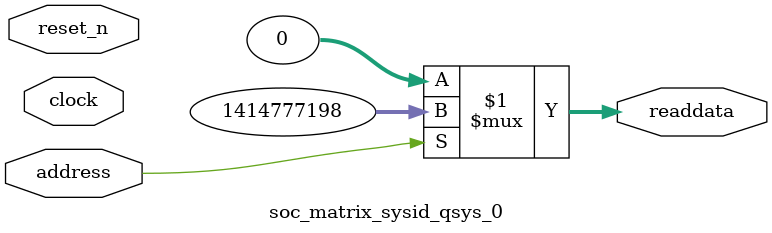
<source format=v>

`timescale 1ns / 1ps
// synthesis translate_on

// turn off superfluous verilog processor warnings 
// altera message_level Level1 
// altera message_off 10034 10035 10036 10037 10230 10240 10030 

module soc_matrix_sysid_qsys_0 (
               // inputs:
                address,
                clock,
                reset_n,

               // outputs:
                readdata
             )
;

  output  [ 31: 0] readdata;
  input            address;
  input            clock;
  input            reset_n;

  wire    [ 31: 0] readdata;
  //control_slave, which is an e_avalon_slave
  assign readdata = address ? 1414777198 : 0;

endmodule




</source>
